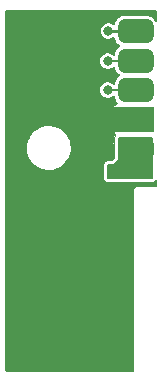
<source format=gbr>
G04 #@! TF.GenerationSoftware,KiCad,Pcbnew,(6.0.1-0)*
G04 #@! TF.CreationDate,2022-10-06T13:30:19-04:00*
G04 #@! TF.ProjectId,feederFloor,66656564-6572-4466-9c6f-6f722e6b6963,rev?*
G04 #@! TF.SameCoordinates,Original*
G04 #@! TF.FileFunction,Copper,L2,Bot*
G04 #@! TF.FilePolarity,Positive*
%FSLAX46Y46*%
G04 Gerber Fmt 4.6, Leading zero omitted, Abs format (unit mm)*
G04 Created by KiCad (PCBNEW (6.0.1-0)) date 2022-10-06 13:30:19*
%MOMM*%
%LPD*%
G01*
G04 APERTURE LIST*
G04 Aperture macros list*
%AMRoundRect*
0 Rectangle with rounded corners*
0 $1 Rounding radius*
0 $2 $3 $4 $5 $6 $7 $8 $9 X,Y pos of 4 corners*
0 Add a 4 corners polygon primitive as box body*
4,1,4,$2,$3,$4,$5,$6,$7,$8,$9,$2,$3,0*
0 Add four circle primitives for the rounded corners*
1,1,$1+$1,$2,$3*
1,1,$1+$1,$4,$5*
1,1,$1+$1,$6,$7*
1,1,$1+$1,$8,$9*
0 Add four rect primitives between the rounded corners*
20,1,$1+$1,$2,$3,$4,$5,0*
20,1,$1+$1,$4,$5,$6,$7,0*
20,1,$1+$1,$6,$7,$8,$9,0*
20,1,$1+$1,$8,$9,$2,$3,0*%
G04 Aperture macros list end*
G04 #@! TA.AperFunction,SMDPad,CuDef*
%ADD10RoundRect,0.500000X-1.000000X0.500000X-1.000000X-0.500000X1.000000X-0.500000X1.000000X0.500000X0*%
G04 #@! TD*
G04 #@! TA.AperFunction,ViaPad*
%ADD11C,0.800000*%
G04 #@! TD*
G04 #@! TA.AperFunction,Conductor*
%ADD12C,0.250000*%
G04 #@! TD*
G04 #@! TA.AperFunction,Conductor*
%ADD13C,0.200000*%
G04 #@! TD*
G04 APERTURE END LIST*
D10*
X32550114Y-27113687D03*
X32550114Y-29613687D03*
X32550114Y-32113687D03*
X32550114Y-34613687D03*
X32550114Y-37113687D03*
D11*
X31750000Y-49400000D03*
X30850000Y-39000000D03*
X32050000Y-39000000D03*
X33350000Y-39000000D03*
X30200000Y-36400000D03*
X30200000Y-34050000D03*
X30200000Y-35200000D03*
X31800000Y-52300000D03*
X22100000Y-49400000D03*
X22100000Y-52300000D03*
X30250000Y-27100000D03*
X30200000Y-29650000D03*
X30200000Y-32100000D03*
D12*
X30263687Y-27113687D02*
X30250000Y-27100000D01*
X32550114Y-27113687D02*
X30263687Y-27113687D01*
D13*
X30236313Y-29613687D02*
X32550114Y-29613687D01*
X30200000Y-29650000D02*
X30236313Y-29613687D01*
X30213687Y-32113687D02*
X32550114Y-32113687D01*
X30200000Y-32100000D02*
X30213687Y-32113687D01*
G04 #@! TA.AperFunction,Conductor*
G36*
X34359305Y-25382594D02*
G01*
X34395269Y-25432094D01*
X34400114Y-25462687D01*
X34400114Y-26212879D01*
X34381207Y-26271070D01*
X34331707Y-26307034D01*
X34270521Y-26307034D01*
X34221021Y-26271070D01*
X34216929Y-26264974D01*
X34145305Y-26149231D01*
X34142280Y-26144342D01*
X34023321Y-26025590D01*
X34022495Y-26024765D01*
X34022491Y-26024762D01*
X34018425Y-26020703D01*
X34013533Y-26017687D01*
X34013531Y-26017686D01*
X33875262Y-25932457D01*
X33869448Y-25928873D01*
X33863994Y-25927064D01*
X33863992Y-25927063D01*
X33708470Y-25875478D01*
X33708471Y-25875478D01*
X33703342Y-25873777D01*
X33599980Y-25863187D01*
X31500248Y-25863187D01*
X31497698Y-25863452D01*
X31497690Y-25863452D01*
X31400987Y-25873486D01*
X31400982Y-25873487D01*
X31395595Y-25874046D01*
X31229585Y-25929431D01*
X31224698Y-25932455D01*
X31224694Y-25932457D01*
X31139272Y-25985318D01*
X31080769Y-26021521D01*
X31076707Y-26025590D01*
X30961192Y-26141306D01*
X30961189Y-26141310D01*
X30957130Y-26145376D01*
X30865300Y-26294353D01*
X30810204Y-26460459D01*
X30809653Y-26465837D01*
X30804840Y-26512813D01*
X30780101Y-26568774D01*
X30727193Y-26599505D01*
X30666326Y-26593269D01*
X30640497Y-26576639D01*
X30623976Y-26561919D01*
X30531232Y-26512813D01*
X30490105Y-26491037D01*
X30490102Y-26491036D01*
X30484831Y-26488245D01*
X30395620Y-26465837D01*
X30337918Y-26451343D01*
X30337915Y-26451343D01*
X30332128Y-26449889D01*
X30252564Y-26449473D01*
X30180650Y-26449096D01*
X30180648Y-26449096D01*
X30174684Y-26449065D01*
X30021588Y-26485820D01*
X29969290Y-26512813D01*
X29886985Y-26555293D01*
X29886983Y-26555295D01*
X29881679Y-26558032D01*
X29763034Y-26661533D01*
X29672501Y-26790348D01*
X29615309Y-26937039D01*
X29594758Y-27093138D01*
X29612035Y-27249633D01*
X29666143Y-27397490D01*
X29669472Y-27402444D01*
X29750629Y-27523219D01*
X29750632Y-27523223D01*
X29753958Y-27528172D01*
X29758369Y-27532186D01*
X29758371Y-27532188D01*
X29865995Y-27630118D01*
X29870410Y-27634135D01*
X29891885Y-27645795D01*
X30003530Y-27706414D01*
X30003532Y-27706415D01*
X30008776Y-27709262D01*
X30088534Y-27730186D01*
X30155300Y-27747702D01*
X30155304Y-27747702D01*
X30161069Y-27749215D01*
X30167030Y-27749309D01*
X30167033Y-27749309D01*
X30239782Y-27750452D01*
X30318495Y-27751688D01*
X30335899Y-27747702D01*
X30466149Y-27717871D01*
X30466151Y-27717870D01*
X30471968Y-27716538D01*
X30477299Y-27713857D01*
X30607299Y-27648474D01*
X30607301Y-27648473D01*
X30612625Y-27645795D01*
X30626277Y-27634135D01*
X30639385Y-27622940D01*
X30695913Y-27599525D01*
X30755408Y-27613809D01*
X30795144Y-27660335D01*
X30802151Y-27688003D01*
X30810473Y-27768206D01*
X30865858Y-27934216D01*
X30868882Y-27939103D01*
X30868884Y-27939107D01*
X30910779Y-28006808D01*
X30957948Y-28083032D01*
X30962017Y-28087094D01*
X31077733Y-28202609D01*
X31077737Y-28202612D01*
X31081803Y-28206671D01*
X31086695Y-28209687D01*
X31086697Y-28209688D01*
X31199724Y-28279358D01*
X31239339Y-28325988D01*
X31243980Y-28386997D01*
X31211874Y-28439082D01*
X31199875Y-28447816D01*
X31080769Y-28521521D01*
X31076707Y-28525590D01*
X30961192Y-28641306D01*
X30961189Y-28641310D01*
X30957130Y-28645376D01*
X30865300Y-28794353D01*
X30810204Y-28960459D01*
X30799614Y-29063821D01*
X30799614Y-29092155D01*
X30780707Y-29150346D01*
X30731207Y-29186310D01*
X30670021Y-29186310D01*
X30634756Y-29166072D01*
X30578430Y-29115887D01*
X30578428Y-29115886D01*
X30573976Y-29111919D01*
X30536649Y-29092155D01*
X30440105Y-29041037D01*
X30440102Y-29041036D01*
X30434831Y-29038245D01*
X30358480Y-29019067D01*
X30287918Y-29001343D01*
X30287915Y-29001343D01*
X30282128Y-28999889D01*
X30202564Y-28999473D01*
X30130650Y-28999096D01*
X30130648Y-28999096D01*
X30124684Y-28999065D01*
X29971588Y-29035820D01*
X29922229Y-29061296D01*
X29836985Y-29105293D01*
X29836983Y-29105295D01*
X29831679Y-29108032D01*
X29713034Y-29211533D01*
X29622501Y-29340348D01*
X29565309Y-29487039D01*
X29544758Y-29643138D01*
X29562035Y-29799633D01*
X29616143Y-29947490D01*
X29619472Y-29952444D01*
X29700629Y-30073219D01*
X29700632Y-30073223D01*
X29703958Y-30078172D01*
X29708369Y-30082186D01*
X29708371Y-30082188D01*
X29801618Y-30167036D01*
X29820410Y-30184135D01*
X29839876Y-30194704D01*
X29953530Y-30256414D01*
X29953532Y-30256415D01*
X29958776Y-30259262D01*
X30012477Y-30273350D01*
X30105300Y-30297702D01*
X30105304Y-30297702D01*
X30111069Y-30299215D01*
X30117030Y-30299309D01*
X30117033Y-30299309D01*
X30189782Y-30300451D01*
X30268495Y-30301688D01*
X30285899Y-30297702D01*
X30416149Y-30267871D01*
X30416151Y-30267870D01*
X30421968Y-30266538D01*
X30427299Y-30263857D01*
X30557299Y-30198474D01*
X30557301Y-30198473D01*
X30562625Y-30195795D01*
X30640081Y-30129642D01*
X30696607Y-30106227D01*
X30756102Y-30120511D01*
X30795839Y-30167036D01*
X30802846Y-30194704D01*
X30809913Y-30262814D01*
X30809914Y-30262819D01*
X30810473Y-30268206D01*
X30812189Y-30273349D01*
X30812189Y-30273350D01*
X30820818Y-30299215D01*
X30865858Y-30434216D01*
X30868882Y-30439103D01*
X30868884Y-30439107D01*
X30910779Y-30506808D01*
X30957948Y-30583032D01*
X30962017Y-30587094D01*
X31077733Y-30702609D01*
X31077737Y-30702612D01*
X31081803Y-30706671D01*
X31086695Y-30709687D01*
X31086697Y-30709688D01*
X31199724Y-30779358D01*
X31239339Y-30825988D01*
X31243980Y-30886997D01*
X31211874Y-30939082D01*
X31199875Y-30947816D01*
X31080769Y-31021521D01*
X31076707Y-31025590D01*
X30961192Y-31141306D01*
X30961189Y-31141310D01*
X30957130Y-31145376D01*
X30865300Y-31294353D01*
X30810204Y-31460459D01*
X30809653Y-31465837D01*
X30800658Y-31553635D01*
X30775919Y-31609596D01*
X30723011Y-31640327D01*
X30662145Y-31634091D01*
X30636316Y-31617462D01*
X30627487Y-31609596D01*
X30573976Y-31561919D01*
X30561462Y-31555293D01*
X30440105Y-31491037D01*
X30440102Y-31491036D01*
X30434831Y-31488245D01*
X30345620Y-31465837D01*
X30287918Y-31451343D01*
X30287915Y-31451343D01*
X30282128Y-31449889D01*
X30202564Y-31449473D01*
X30130650Y-31449096D01*
X30130648Y-31449096D01*
X30124684Y-31449065D01*
X29971588Y-31485820D01*
X29899035Y-31523267D01*
X29836985Y-31555293D01*
X29836983Y-31555295D01*
X29831679Y-31558032D01*
X29713034Y-31661533D01*
X29622501Y-31790348D01*
X29565309Y-31937039D01*
X29544758Y-32093138D01*
X29562035Y-32249633D01*
X29616143Y-32397490D01*
X29619472Y-32402444D01*
X29700629Y-32523219D01*
X29700632Y-32523223D01*
X29703958Y-32528172D01*
X29708369Y-32532186D01*
X29708371Y-32532188D01*
X29805148Y-32620248D01*
X29820410Y-32634135D01*
X29874591Y-32663553D01*
X29953530Y-32706414D01*
X29953532Y-32706415D01*
X29958776Y-32709262D01*
X30038534Y-32730186D01*
X30105300Y-32747702D01*
X30105304Y-32747702D01*
X30111069Y-32749215D01*
X30117030Y-32749309D01*
X30117033Y-32749309D01*
X30189782Y-32750452D01*
X30268495Y-32751688D01*
X30285899Y-32747702D01*
X30416149Y-32717871D01*
X30416151Y-32717870D01*
X30421968Y-32716538D01*
X30427299Y-32713857D01*
X30557299Y-32648474D01*
X30557301Y-32648473D01*
X30562625Y-32645795D01*
X30636321Y-32582853D01*
X30692846Y-32559439D01*
X30752341Y-32573722D01*
X30792078Y-32620248D01*
X30799614Y-32658134D01*
X30799614Y-32663553D01*
X30799879Y-32666103D01*
X30799879Y-32666111D01*
X30809913Y-32762814D01*
X30809914Y-32762819D01*
X30810473Y-32768206D01*
X30865858Y-32934216D01*
X30868882Y-32939103D01*
X30868884Y-32939107D01*
X30910779Y-33006808D01*
X30957948Y-33083032D01*
X30962018Y-33087095D01*
X31000898Y-33125908D01*
X31028723Y-33180401D01*
X31019203Y-33240841D01*
X30986028Y-33278239D01*
X30911234Y-33328309D01*
X30903790Y-33334423D01*
X30770850Y-33467363D01*
X30764736Y-33474808D01*
X30714399Y-33550000D01*
X29500000Y-33550000D01*
X29500000Y-36950000D01*
X30600000Y-36950000D01*
X30819490Y-35808651D01*
X30873684Y-35862845D01*
X30901461Y-35917362D01*
X30891890Y-35977794D01*
X30883980Y-35990753D01*
X30880254Y-35995921D01*
X30875341Y-36001012D01*
X30859712Y-36030890D01*
X30856090Y-36037816D01*
X30830129Y-36087446D01*
X30810127Y-36155567D01*
X30800000Y-36226000D01*
X30800000Y-36556272D01*
X30799872Y-36561308D01*
X30799614Y-36563821D01*
X30799614Y-37663553D01*
X30799872Y-37666037D01*
X30800000Y-37671009D01*
X30800000Y-37818869D01*
X30781093Y-37877060D01*
X30775505Y-37884061D01*
X30616140Y-38066192D01*
X30563592Y-38097534D01*
X30541635Y-38100000D01*
X30226000Y-38100000D01*
X30190260Y-38103842D01*
X30175482Y-38105431D01*
X30175480Y-38105431D01*
X30172860Y-38105713D01*
X30170290Y-38106272D01*
X30170284Y-38106273D01*
X30121804Y-38116819D01*
X30121795Y-38116821D01*
X30120518Y-38117099D01*
X30094709Y-38124179D01*
X30009943Y-38172448D01*
X29956287Y-38218941D01*
X29925341Y-38251012D01*
X29922061Y-38257283D01*
X29922060Y-38257284D01*
X29920290Y-38260669D01*
X29880129Y-38337446D01*
X29878759Y-38342111D01*
X29878758Y-38342114D01*
X29861123Y-38402174D01*
X29860127Y-38405567D01*
X29850000Y-38476000D01*
X29850000Y-39524000D01*
X29855713Y-39577140D01*
X29856272Y-39579710D01*
X29856273Y-39579716D01*
X29866819Y-39628196D01*
X29867099Y-39629482D01*
X29874179Y-39655291D01*
X29922448Y-39740057D01*
X29968941Y-39793713D01*
X30001012Y-39824659D01*
X30007283Y-39827939D01*
X30007284Y-39827940D01*
X30083138Y-39867618D01*
X30083142Y-39867619D01*
X30087446Y-39869871D01*
X30092111Y-39871241D01*
X30092114Y-39871242D01*
X30152174Y-39888877D01*
X30152178Y-39888878D01*
X30155567Y-39889873D01*
X30202383Y-39896604D01*
X30222493Y-39899496D01*
X30222496Y-39899496D01*
X30226000Y-39900000D01*
X33924000Y-39900000D01*
X33959740Y-39896158D01*
X33974518Y-39894569D01*
X33974520Y-39894569D01*
X33977140Y-39894287D01*
X33979710Y-39893728D01*
X33979716Y-39893727D01*
X34028196Y-39883181D01*
X34028205Y-39883179D01*
X34029482Y-39882901D01*
X34055291Y-39875821D01*
X34140057Y-39827552D01*
X34193713Y-39781059D01*
X34224659Y-39748988D01*
X34225127Y-39749440D01*
X34270187Y-39716457D01*
X34331372Y-39716239D01*
X34380999Y-39752027D01*
X34400114Y-39810502D01*
X34400114Y-40251000D01*
X34381207Y-40309191D01*
X34331707Y-40345155D01*
X34301114Y-40350000D01*
X32684492Y-40350000D01*
X32665177Y-40348098D01*
X32650116Y-40345102D01*
X32625491Y-40350000D01*
X32625490Y-40350000D01*
X32625485Y-40350001D01*
X32608211Y-40353437D01*
X32566974Y-40361639D01*
X32566973Y-40361639D01*
X32552571Y-40364504D01*
X32552570Y-40364505D01*
X32552569Y-40364505D01*
X32469874Y-40419760D01*
X32414619Y-40502455D01*
X32395216Y-40600000D01*
X32397119Y-40609564D01*
X32398211Y-40615054D01*
X32400114Y-40634370D01*
X32400113Y-40835495D01*
X32400003Y-55851001D01*
X32381095Y-55909191D01*
X32331595Y-55945155D01*
X32301003Y-55950000D01*
X21599001Y-55950000D01*
X21540810Y-55931093D01*
X21504846Y-55881593D01*
X21500001Y-55851000D01*
X21500070Y-37042095D01*
X23345028Y-37042095D01*
X23345368Y-37045657D01*
X23345368Y-37045664D01*
X23362922Y-37229648D01*
X23370534Y-37309431D01*
X23434364Y-37570285D01*
X23535182Y-37819192D01*
X23670875Y-38050938D01*
X23673110Y-38053733D01*
X23673113Y-38053737D01*
X23715127Y-38106273D01*
X23838601Y-38260669D01*
X24034846Y-38443991D01*
X24255499Y-38597064D01*
X24377066Y-38657542D01*
X24492723Y-38715081D01*
X24492728Y-38715083D01*
X24495938Y-38716680D01*
X24499349Y-38717798D01*
X24499351Y-38717799D01*
X24747721Y-38799219D01*
X24747724Y-38799220D01*
X24751126Y-38800335D01*
X25015717Y-38846276D01*
X25064761Y-38848717D01*
X25099335Y-38850439D01*
X25099348Y-38850439D01*
X25100567Y-38850500D01*
X25268223Y-38850500D01*
X25467846Y-38836016D01*
X25730080Y-38778120D01*
X25733429Y-38776851D01*
X25733433Y-38776850D01*
X25835087Y-38738337D01*
X25981211Y-38682975D01*
X26135879Y-38597064D01*
X26212837Y-38554318D01*
X26212841Y-38554315D01*
X26215976Y-38552574D01*
X26316313Y-38476000D01*
X26426607Y-38391826D01*
X26426609Y-38391825D01*
X26429458Y-38389650D01*
X26617185Y-38197614D01*
X26775225Y-37980491D01*
X26829643Y-37877060D01*
X26898595Y-37746002D01*
X26900265Y-37742828D01*
X26989688Y-37489603D01*
X27025904Y-37305861D01*
X27040925Y-37229648D01*
X27041620Y-37226122D01*
X27054972Y-36957905D01*
X27054632Y-36954343D01*
X27054632Y-36954336D01*
X27029807Y-36694139D01*
X27029806Y-36694134D01*
X27029466Y-36690569D01*
X26965636Y-36429715D01*
X26864818Y-36180808D01*
X26812886Y-36092114D01*
X26730936Y-35952155D01*
X26729125Y-35949062D01*
X26724992Y-35943893D01*
X26563634Y-35742126D01*
X26561399Y-35739331D01*
X26365154Y-35556009D01*
X26144501Y-35402936D01*
X25971812Y-35317025D01*
X25907277Y-35284919D01*
X25907272Y-35284917D01*
X25904062Y-35283320D01*
X25720515Y-35223150D01*
X25652279Y-35200781D01*
X25652276Y-35200780D01*
X25648874Y-35199665D01*
X25384283Y-35153724D01*
X25335239Y-35151283D01*
X25300665Y-35149561D01*
X25300652Y-35149561D01*
X25299433Y-35149500D01*
X25131777Y-35149500D01*
X24932154Y-35163984D01*
X24669920Y-35221880D01*
X24666571Y-35223149D01*
X24666567Y-35223150D01*
X24564913Y-35261663D01*
X24418789Y-35317025D01*
X24288411Y-35389444D01*
X24187163Y-35445682D01*
X24187159Y-35445685D01*
X24184024Y-35447426D01*
X24181174Y-35449601D01*
X24181171Y-35449603D01*
X24000024Y-35587850D01*
X23970542Y-35610350D01*
X23782815Y-35802386D01*
X23624775Y-36019509D01*
X23623111Y-36022672D01*
X23623109Y-36022675D01*
X23571632Y-36120518D01*
X23499735Y-36257172D01*
X23410312Y-36510397D01*
X23409618Y-36513919D01*
X23409617Y-36513922D01*
X23364479Y-36742934D01*
X23358380Y-36773878D01*
X23345028Y-37042095D01*
X21500070Y-37042095D01*
X21500113Y-25462687D01*
X21519021Y-25404496D01*
X21568521Y-25368532D01*
X21599113Y-25363687D01*
X34301114Y-25363687D01*
X34359305Y-25382594D01*
G37*
G04 #@! TD.AperFunction*
G04 #@! TA.AperFunction,Conductor*
G36*
X34100000Y-35650000D02*
G01*
X30850000Y-35650000D01*
X30600000Y-36950000D01*
X29500000Y-36950000D01*
X29500000Y-33550000D01*
X34100000Y-33550000D01*
X34100000Y-35650000D01*
G37*
G04 #@! TD.AperFunction*
G04 #@! TA.AperFunction,Conductor*
G36*
X33992121Y-36120002D02*
G01*
X34038614Y-36173658D01*
X34050000Y-36226000D01*
X34050000Y-39524000D01*
X34029998Y-39592121D01*
X33976342Y-39638614D01*
X33924000Y-39650000D01*
X30226000Y-39650000D01*
X30157879Y-39629998D01*
X30111386Y-39576342D01*
X30100000Y-39524000D01*
X30100000Y-38476000D01*
X30120002Y-38407879D01*
X30173658Y-38361386D01*
X30226000Y-38350000D01*
X30700000Y-38350000D01*
X31050000Y-37950000D01*
X31050000Y-36226000D01*
X31070002Y-36157879D01*
X31123658Y-36111386D01*
X31176000Y-36100000D01*
X33924000Y-36100000D01*
X33992121Y-36120002D01*
G37*
G04 #@! TD.AperFunction*
M02*

</source>
